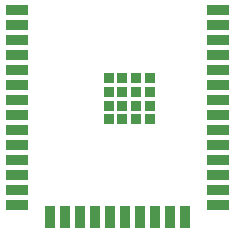
<source format=gbr>
%TF.GenerationSoftware,KiCad,Pcbnew,(6.0.1-0)*%
%TF.CreationDate,2022-01-30T16:14:41+00:00*%
%TF.ProjectId,Generic2,47656e65-7269-4633-922e-6b696361645f,1*%
%TF.SameCoordinates,Original*%
%TF.FileFunction,Paste,Bot*%
%TF.FilePolarity,Positive*%
%FSLAX46Y46*%
G04 Gerber Fmt 4.6, Leading zero omitted, Abs format (unit mm)*
G04 Created by KiCad (PCBNEW (6.0.1-0)) date 2022-01-30 16:14:41*
%MOMM*%
%LPD*%
G01*
G04 APERTURE LIST*
G04 Aperture macros list*
%AMRoundRect*
0 Rectangle with rounded corners*
0 $1 Rounding radius*
0 $2 $3 $4 $5 $6 $7 $8 $9 X,Y pos of 4 corners*
0 Add a 4 corners polygon primitive as box body*
4,1,4,$2,$3,$4,$5,$6,$7,$8,$9,$2,$3,0*
0 Add four circle primitives for the rounded corners*
1,1,$1+$1,$2,$3*
1,1,$1+$1,$4,$5*
1,1,$1+$1,$6,$7*
1,1,$1+$1,$8,$9*
0 Add four rect primitives between the rounded corners*
20,1,$1+$1,$2,$3,$4,$5,0*
20,1,$1+$1,$4,$5,$6,$7,0*
20,1,$1+$1,$6,$7,$8,$9,0*
20,1,$1+$1,$8,$9,$2,$3,0*%
G04 Aperture macros list end*
%ADD10RoundRect,0.232500X0.232500X0.232500X-0.232500X0.232500X-0.232500X-0.232500X0.232500X-0.232500X0*%
%ADD11R,1.920000X0.864000*%
%ADD12R,0.864000X1.920000*%
G04 APERTURE END LIST*
D10*
%TO.C,U1*%
X146985000Y-96365000D03*
X150435000Y-95215000D03*
X149285000Y-96365000D03*
X148135000Y-94065000D03*
X148135000Y-96365000D03*
X150435000Y-96365000D03*
X148135000Y-97515000D03*
X146985000Y-94065000D03*
X146985000Y-95215000D03*
X149285000Y-97515000D03*
X149285000Y-95215000D03*
X150435000Y-97515000D03*
X148135000Y-95215000D03*
X146985000Y-97515000D03*
X150435000Y-94065000D03*
X149285000Y-94065000D03*
D11*
X156200000Y-88295000D03*
X156200000Y-89565000D03*
X156200000Y-90835000D03*
X156200000Y-92105000D03*
X156200000Y-93375000D03*
X156200000Y-94645000D03*
X156200000Y-95915000D03*
X156200000Y-97185000D03*
X156200000Y-98455000D03*
X156200000Y-99725000D03*
X156200000Y-100995000D03*
X156200000Y-102265000D03*
X156200000Y-103535000D03*
X156200000Y-104805000D03*
D12*
X153415000Y-105805000D03*
X152145000Y-105805000D03*
X150875000Y-105805000D03*
X149605000Y-105805000D03*
X148335000Y-105805000D03*
X147065000Y-105805000D03*
X145795000Y-105805000D03*
X144525000Y-105805000D03*
X143255000Y-105805000D03*
X141985000Y-105805000D03*
D11*
X139200000Y-104805000D03*
X139200000Y-103535000D03*
X139200000Y-102265000D03*
X139200000Y-100995000D03*
X139200000Y-99725000D03*
X139200000Y-98455000D03*
X139200000Y-97185000D03*
X139200000Y-95915000D03*
X139200000Y-94645000D03*
X139200000Y-93375000D03*
X139200000Y-92105000D03*
X139200000Y-90835000D03*
X139200000Y-89565000D03*
X139200000Y-88295000D03*
%TD*%
M02*

</source>
